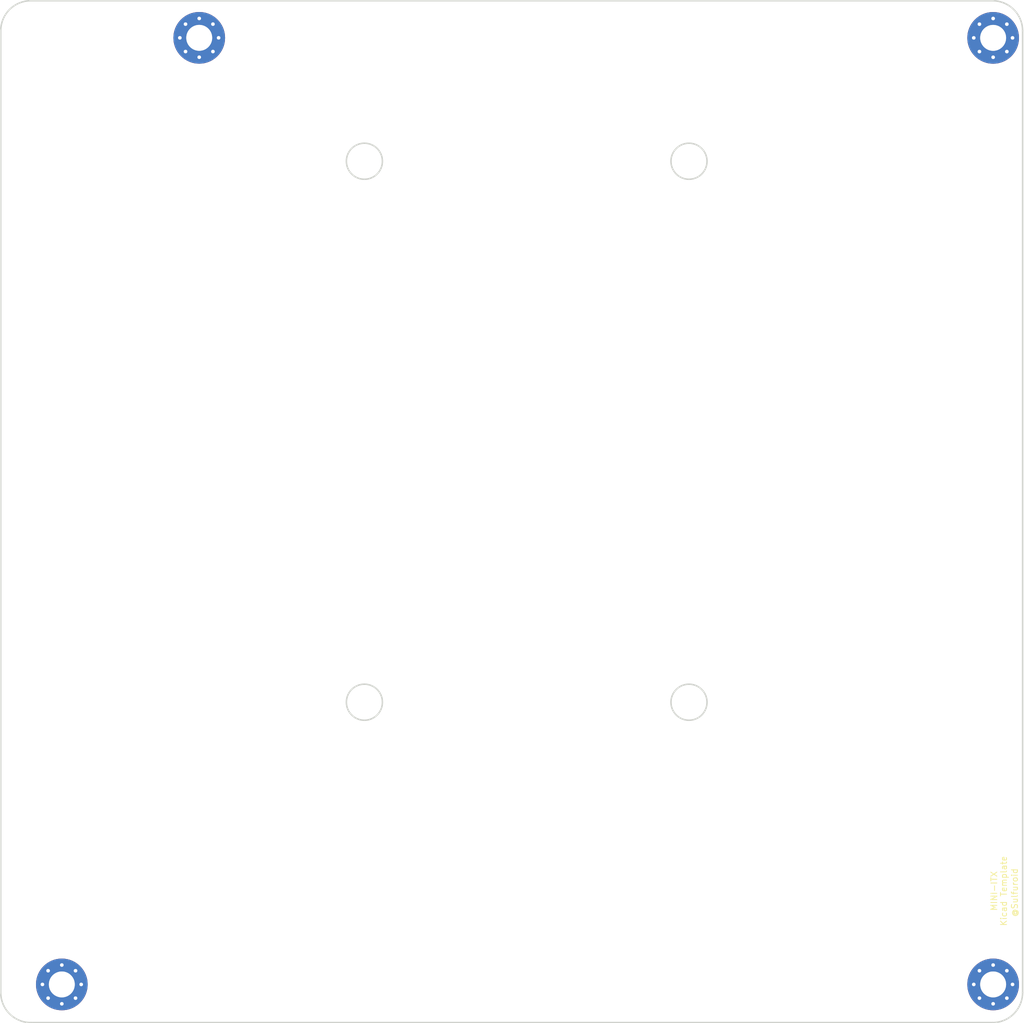
<source format=kicad_pcb>
(kicad_pcb (version 20211014) (generator pcbnew)
  (title_block (title "MINI ITX KICAD Template") (date "2023-04-20") (rev "0.8") (company "morpheans.com"))
  (layers (0 "F.Cu" signal) (31 "B.Cu" signal) (34 "B.Paste" user) (35 "F.Paste" user) (36 "B.SilkS" user "B.Silkscreen") (37 "F.SilkS" user "F.Silkscreen") (38 "B.Mask" user) (39 "F.Mask" user) (44 "Edge.Cuts" user))
  (net 0 "")
  (footprint "MountingHole:MountingHole_4.3mm_M4_Pad_Via" (layer "F.Cu") (at 32.718 183.6606)
    (fp_text reference "H1" hide)
    (fp_text value "MountingHole")
    (pad "1" thru_hole circle (at -2.280419 -2.280419) (size 0.9 0.9) (drill 0.6) (layers *.Cu *.Mask))
    (pad "1" thru_hole circle (at 2.280419 2.280419) (size 0.9 0.9) (drill 0.6) (layers *.Cu *.Mask))
    (pad "1" thru_hole circle (at 3.225 0) (size 0.9 0.9) (drill 0.6) (layers *.Cu *.Mask))
    (pad "1" thru_hole circle (at 2.280419 -2.280419) (size 0.9 0.9) (drill 0.6) (layers *.Cu *.Mask))
    (pad "1" thru_hole circle (at -3.225 0) (size 0.9 0.9) (drill 0.6) (layers *.Cu *.Mask))
    (pad "1" thru_hole circle (at 0 0) (size 8.6 8.6) (drill 4.3) (layers *.Cu *.Mask))
    (pad "1" thru_hole circle (at 0 -3.225) (size 0.9 0.9) (drill 0.6) (layers *.Cu *.Mask))
    (pad "1" thru_hole circle (at 0 3.225) (size 0.9 0.9) (drill 0.6) (layers *.Cu *.Mask))
    (pad "1" thru_hole circle (at -2.280419 2.280419) (size 0.9 0.9) (drill 0.6) (layers *.Cu *.Mask))
  )
  (footprint "MountingHole:MountingHole_4.3mm_M4_Pad_Via" (layer "F.Cu") (at 187.658 26.1874)
    (fp_text reference "H3" hide)
    (fp_text value "MountingHole")
    (pad "1" thru_hole circle (at 2.280419 -2.280419) (size 0.9 0.9) (drill 0.6) (layers *.Cu *.Mask))
    (pad "1" thru_hole circle (at -2.280419 -2.280419) (size 0.9 0.9) (drill 0.6) (layers *.Cu *.Mask))
    (pad "1" thru_hole circle (at 0 0) (size 8.6 8.6) (drill 4.3) (layers *.Cu *.Mask))
    (pad "1" thru_hole circle (at -3.225 0) (size 0.9 0.9) (drill 0.6) (layers *.Cu *.Mask))
    (pad "1" thru_hole circle (at -2.280419 2.280419) (size 0.9 0.9) (drill 0.6) (layers *.Cu *.Mask))
    (pad "1" thru_hole circle (at 2.280419 2.280419) (size 0.9 0.9) (drill 0.6) (layers *.Cu *.Mask))
    (pad "1" thru_hole circle (at 3.225 0) (size 0.9 0.9) (drill 0.6) (layers *.Cu *.Mask))
    (pad "1" thru_hole circle (at 0 3.225) (size 0.9 0.9) (drill 0.6) (layers *.Cu *.Mask))
    (pad "1" thru_hole circle (at 0 -3.225) (size 0.9 0.9) (drill 0.6) (layers *.Cu *.Mask))
  )
  (footprint "MountingHole:MountingHole_4.3mm_M4_Pad_Via" (layer "F.Cu") (at 55.578 26.1806)
    (fp_text reference "H4" hide)
    (fp_text value "MountingHole")
    (pad "1" thru_hole circle (at 2.280419 2.280419) (size 0.9 0.9) (drill 0.6) (layers *.Cu *.Mask))
    (pad "1" thru_hole circle (at 0 3.225) (size 0.9 0.9) (drill 0.6) (layers *.Cu *.Mask))
    (pad "1" thru_hole circle (at 0 0) (size 8.6 8.6) (drill 4.3) (layers *.Cu *.Mask))
    (pad "1" thru_hole circle (at -2.280419 2.280419) (size 0.9 0.9) (drill 0.6) (layers *.Cu *.Mask))
    (pad "1" thru_hole circle (at 2.280419 -2.280419) (size 0.9 0.9) (drill 0.6) (layers *.Cu *.Mask))
    (pad "1" thru_hole circle (at -2.280419 -2.280419) (size 0.9 0.9) (drill 0.6) (layers *.Cu *.Mask))
    (pad "1" thru_hole circle (at -3.225 0) (size 0.9 0.9) (drill 0.6) (layers *.Cu *.Mask))
    (pad "1" thru_hole circle (at 0 -3.225) (size 0.9 0.9) (drill 0.6) (layers *.Cu *.Mask))
    (pad "1" thru_hole circle (at 3.225 0) (size 0.9 0.9) (drill 0.6) (layers *.Cu *.Mask))
  )
  (footprint "MountingHole:MountingHole_4.3mm_M4_Pad_Via" (layer "F.Cu") (at 187.658 183.6606)
    (fp_text reference "H2" hide)
    (fp_text value "MountingHole")
    (pad "1" thru_hole circle (at 0 -3.225) (size 0.9 0.9) (drill 0.6) (layers *.Cu *.Mask))
    (pad "1" thru_hole circle (at 0 3.225) (size 0.9 0.9) (drill 0.6) (layers *.Cu *.Mask))
    (pad "1" thru_hole circle (at -3.225 0) (size 0.9 0.9) (drill 0.6) (layers *.Cu *.Mask))
    (pad "1" thru_hole circle (at -2.280419 -2.280419) (size 0.9 0.9) (drill 0.6) (layers *.Cu *.Mask))
    (pad "1" thru_hole circle (at 0 0) (size 8.6 8.6) (drill 4.3) (layers *.Cu *.Mask))
    (pad "1" thru_hole circle (at 2.280419 -2.280419) (size 0.9 0.9) (drill 0.6) (layers *.Cu *.Mask))
    (pad "1" thru_hole circle (at 3.225 0) (size 0.9 0.9) (drill 0.6) (layers *.Cu *.Mask))
    (pad "1" thru_hole circle (at -2.280419 2.280419) (size 0.9 0.9) (drill 0.6) (layers *.Cu *.Mask))
    (pad "1" thru_hole circle (at 2.280419 2.280419) (size 0.9 0.9) (drill 0.6) (layers *.Cu *.Mask))
  )
  (gr_line (start 192.558 185.0106) (end 192.558 25.0106) (layer "Edge.Cuts") (width 0.25))
  (gr_line (start 22.558 25.0106) (end 22.558 185.0106) (layer "Edge.Cuts") (width 0.25))
  (gr_circle (center 137.058 46.7106) (end 140.058 46.7106) (layer "Edge.Cuts") (width 0.25) (fill none))
  (gr_line (start 27.558 190.0106) (end 187.558 190.0106) (layer "Edge.Cuts") (width 0.25))
  (gr_circle (center 137.058 136.7106) (end 140.058 136.7106) (layer "Edge.Cuts") (width 0.25) (fill none))
  (gr_circle (center 187.658 26.1806) (end 189.69 26.1806) (layer "Edge.Cuts") (width 0.25) (fill none))
  (gr_line (start 187.558 20.0106) (end 27.558 20.0106) (layer "Edge.Cuts") (width 0.25))
  (gr_arc (start 192.558 185.0106) (mid 191.093538 188.546135) (end 187.558 190.0106) (layer "Edge.Cuts") (width 0.25))
  (gr_circle (center 55.578 26.1806) (end 57.61 26.1806) (layer "Edge.Cuts") (width 0.25) (fill none))
  (gr_arc (start 22.558 25.0106) (mid 24.022466 21.475066) (end 27.558 20.0106) (layer "Edge.Cuts") (width 0.25))
  (gr_arc (start 27.558 190.0106) (mid 24.022466 188.546134) (end 22.558 185.0106) (layer "Edge.Cuts") (width 0.25))
  (gr_circle (center 32.718 183.6606) (end 34.75 183.6606) (layer "Edge.Cuts") (width 0.25) (fill none))
  (gr_circle (center 83.058 46.7106) (end 86.058 46.7106) (layer "Edge.Cuts") (width 0.25) (fill none))
  (gr_circle (center 187.658 183.6606) (end 189.69 183.6606) (layer "Edge.Cuts") (width 0.25) (fill none))
  (gr_arc (start 187.558 20.0106) (mid 191.09356 21.475054) (end 192.558 25.0106) (layer "Edge.Cuts") (width 0.25))
  (gr_circle (center 83.058 136.7106) (end 86.058 136.7106) (layer "Edge.Cuts") (width 0.25) (fill none))
  (gr_text "MINI-ITX\nKicad Template" (at 188.6204 168.1226 90) (layer "F.SilkS") (effects (font (size 1 1))))
  (gr_text "@Sulfuroid" (at 191.2366 168.3766 90) (layer "F.SilkS") (effects (font (size 1 1))))
)
</source>
